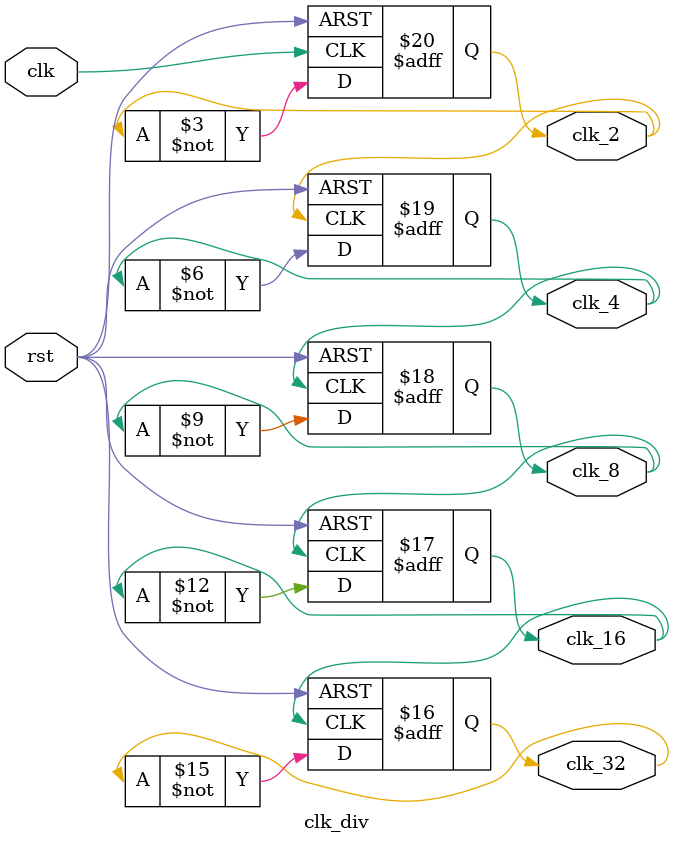
<source format=v>
module clk_div(
     input wire           clk,
	                      rst, 
	 output reg           clk_2,
	                      clk_4,
					      clk_8,
					      clk_16,
					      clk_32
);
     always @(posedge clk,negedge rst) begin
	     if(!rst)
		     clk_2<=0;
		 else 
	     clk_2 <= ~clk_2;
	 end
	 
     always @(posedge clk_2,negedge rst) begin
	     if(!rst)
		     clk_4<=0;
		 else 
	     clk_4 <= ~clk_4;
	 end

     always @(posedge clk_4,negedge rst) begin
	     if(!rst)
		     clk_8<=0;
		 else 
	     clk_8 <= ~clk_8;
	 end

     always @(posedge clk_8,negedge rst) begin
	     if(!rst)
		     clk_16<=0;
		 else 
	     clk_16 <= ~clk_16;
	 end

     always @(posedge clk_16,negedge rst) begin
	     if(!rst)
		     clk_32<=0;
		 else 
	     clk_32 <= ~clk_32;
	 end	 
 
endmodule
</source>
